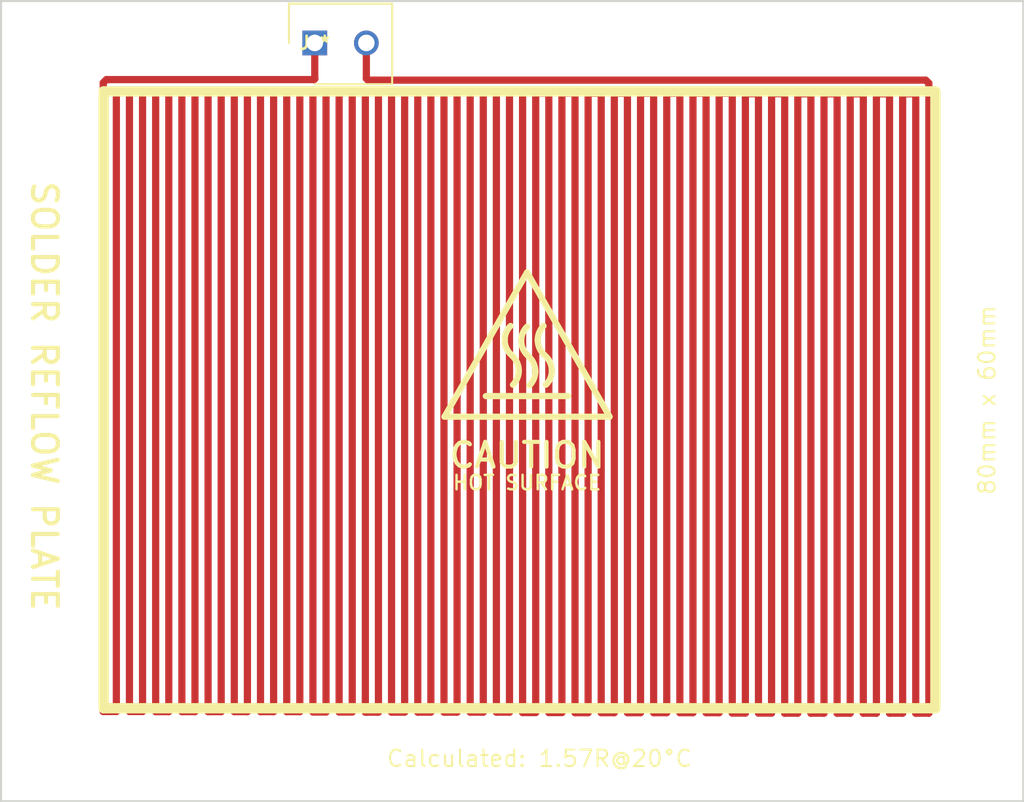
<source format=kicad_pcb>
(kicad_pcb (version 20211014) (generator pcbnew)
  (layers (0 "F.Cu" signal) (31 "B.Cu" signal) (34 "B.Paste" user) (35 "F.Paste" user) (36 "B.SilkS" user "B.Silkscreen") (37 "F.SilkS" user "F.Silkscreen") (38 "B.Mask" user) (39 "F.Mask" user) (44 "Edge.Cuts" user))
  (net 0 "")
  (footprint "AutoGenerated:MountingHole_3.20mm" (layer "F.Cu") (at 91.898 142.803)
    (fp_text reference "" (at 0 0) (layer "F.SilkS") (effects (font (size 1.27 1.27))))
    (fp_text value "" (at 0 0) (layer "F.SilkS") (effects (font (size 1.27 1.27))))
    (pad "" np_thru_hole circle (at 10 16) (size 3.2 3.2) (drill 3.2) (layers F&B.Cu *.Mask))
  )
  (footprint "AutoGenerated:MountingHole_3.20mm" (layer "F.Cu") (at 11.898 90.551)
    (fp_text reference "" (at 0 0) (layer "F.SilkS") (effects (font (size 1.27 1.27))))
    (fp_text value "" (at 0 0) (layer "F.SilkS") (effects (font (size 1.27 1.27))))
    (pad "" np_thru_hole circle locked (at 0 0) (size 3.2 3.2) (drill 3.2) (layers *.Cu *.Mask))
  )
  (footprint "AutoGenerated:MountingHole_3.20mm" (layer "F.Cu") (at 91.898 90.551)
    (fp_text reference "" (at 0 0) (layer "F.SilkS") (effects (font (size 1.27 1.27))))
    (fp_text value "" (at 0 0) (layer "F.SilkS") (effects (font (size 1.27 1.27))))
    (pad "" np_thru_hole circle (at 10 0) (size 3.2 3.2) (drill 3.2) (layers F&B.Cu *.Mask))
  )
  (footprint "library_manager:SHDR2W100P0X500_1X2_1000X780X1030P" (layer "F.Cu") (at 38.0238 90.424)
    (fp_text reference "J**" (at 0 0) (layer "F.SilkS") (effects (font (size 1.27 1.27) (thickness 0.254))))
    (fp_text value "SHDR2W100P0X500_1X2_1000X780X1030P" hide)
    (fp_line (start -2.5 -3.8) (end -2.5 0) (layer "F.SilkS") (width 0.2))
    (fp_line (start 0 4) (end 7.5 4) (layer "F.SilkS") (width 0.2))
    (fp_line (start 7.5 -3.8) (end -2.5 -3.8) (layer "F.SilkS") (width 0.2))
    (fp_line (start 7.5 4) (end 7.5 -3.8) (layer "F.SilkS") (width 0.2))
    (pad "1" thru_hole rect locked (at 0 0) (size 2.4 2.4) (drill 1.6) (layers *.Cu *.Mask))
    (pad "2" thru_hole circle locked (at 5 0) (size 2.4 2.4) (drill 1.6) (layers *.Cu *.Mask))
  )
  (footprint "AutoGenerated:MountingHole_3.20mm" (layer "F.Cu") (at 11.898 142.803)
    (fp_text reference "" (at 0 0) (layer "F.SilkS") (effects (font (size 1.27 1.27))))
    (fp_text value "" (at 0 0) (layer "F.SilkS") (effects (font (size 1.27 1.27))))
    (pad "" np_thru_hole circle (at 0 16) (size 3.2 3.2) (drill 3.2) (layers F&B.Cu *.Mask))
  )
  (gr_line (start 98.171 154.94) (end 98.171 95.1216) (layer "F.SilkS") (width 1))
  (gr_arc (start 56.9988 120.6008) (mid 56.580418 119.97415) (end 56.433691 119.235093) (layer "F.SilkS") (width 0.6))
  (gr_line (start 54.5988 124.6698) (end 62.5988 124.6698) (layer "F.SilkS") (width 0.6))
  (gr_line (start 50.5988 126.6698) (end 58.5988 112.6698) (layer "F.SilkS") (width 0.6))
  (gr_arc (start 58.5988 120.6698) (mid 58.180035 120.043074) (end 58.032984 119.3038) (layer "F.SilkS") (width 0.6))
  (gr_arc (start 60.9988 122.2008) (mid 60.851811 122.939762) (end 60.433223 123.566223) (layer "F.SilkS") (width 0.6))
  (gr_arc (start 57.7988 122.2008) (mid 57.651811 122.939762) (end 57.233223 123.566223) (layer "F.SilkS") (width 0.6))
  (gr_arc (start 60.1988 120.6008) (mid 59.780418 119.97415) (end 59.633691 119.235093) (layer "F.SilkS") (width 0.6))
  (gr_line (start 60.1988 120.6008) (end 60.4328 120.8358) (layer "F.SilkS") (width 0.6))
  (gr_line (start 58.5988 112.6698) (end 66.5988 126.6698) (layer "F.SilkS") (width 0.6))
  (gr_arc (start 58.8328 120.9038) (mid 59.251641 121.530144) (end 59.398909 122.269093) (layer "F.SilkS") (width 0.6))
  (gr_arc (start 60.4328 120.8358) (mid 60.851258 121.462067) (end 60.998202 122.2008) (layer "F.SilkS") (width 0.6))
  (gr_line (start 58.5988 120.6698) (end 58.8328 120.9038) (layer "F.SilkS") (width 0.6))
  (gr_arc (start 59.3988 122.2698) (mid 59.251811 123.008762) (end 58.833223 123.635223) (layer "F.SilkS") (width 0.6))
  (gr_line (start 98.171 154.94) (end 17.5632 154.94) (layer "F.SilkS") (width 1))
  (gr_arc (start 56.4328 119.2358) (mid 56.579865 118.496456) (end 56.99867 117.86967) (layer "F.SilkS") (width 0.6))
  (gr_arc (start 57.2328 120.8358) (mid 57.651258 121.462067) (end 57.798202 122.2008) (layer "F.SilkS") (width 0.6))
  (gr_line (start 17.5632 95.1216) (end 98.171 95.1216) (layer "F.SilkS") (width 1))
  (gr_arc (start 59.6328 119.2358) (mid 59.779865 118.496456) (end 60.19867 117.86967) (layer "F.SilkS") (width 0.6))
  (gr_arc (start 58.0328 119.3038) (mid 58.179865 118.564456) (end 58.59867 117.93767) (layer "F.SilkS") (width 0.6))
  (gr_line (start 56.9988 120.6008) (end 57.2328 120.8358) (layer "F.SilkS") (width 0.6))
  (gr_line (start 17.5632 95.1216) (end 17.5632 154.94) (layer "F.SilkS") (width 1))
  (gr_line (start 50.5988 126.6698) (end 66.5988 126.6698) (layer "F.SilkS") (width 0.6))
  (gr_rect (start 7.62 86.36) (end 106.68 163.957) (layer "Edge.Cuts") (width 0.2) (fill none))
  (gr_text "CAUTION" (at 58.5988 130.4198) (layer "F.SilkS") (effects (font (size 2.4 2.4) (thickness 0.4))))
  (gr_text "HOT SURFACE" (at 58.5988 133.0698) (layer "F.SilkS") (effects (font (size 1.4 1.4) (thickness 0.24))))
  (gr_text "80mm x 60mm" (at 103.1748 134.366 90) (layer "F.SilkS") (effects (font (size 1.6 1.6) (thickness 0.2)) (justify left)))
  (gr_text "SOLDER REFLOW PLATE" (at 11.811 103.6066 -90) (layer "F.SilkS") (effects (font (size 2.4 2.4) (thickness 0.4)) (justify left)))
  (gr_text "Calculated: 1.57R@20°C" (at 44.8818 159.8168) (layer "F.SilkS") (effects (font (size 1.6 1.6) (thickness 0.2)) (justify left)))
  (segment (start 56.896 155.321) (end 56.896 95.25) (width 0.7) (layer "F.Cu") (net 0))
  (segment (start 89.916 155.4226) (end 89.916 95.3516) (width 0.7) (layer "F.Cu") (net 0))
  (segment (start 28.956 155.2702) (end 28.956 95.1992) (width 0.7) (layer "F.Cu") (net 0))
  (segment (start 81.026 155.4099) (end 82.296 155.4099) (width 0.7) (layer "F.Cu") (net 0))
  (segment (start 83.566 95.3516) (end 83.566 155.4226) (width 0.7) (layer "F.Cu") (net 0))
  (segment (start 54.356 95.25) (end 55.626 95.25) (width 0.7) (layer "F.Cu") (net 0))
  (segment (start 96.266 155.4226) (end 97.536 155.4226) (width 0.7) (layer "F.Cu") (net 0))
  (segment (start 25.146 95.1992) (end 25.146 155.2702) (width 0.7) (layer "F.Cu") (net 0))
  (segment (start 20.066 155.2575) (end 20.066 95.1865) (width 0.7) (layer "F.Cu") (net 0))
  (segment (start 67.056 155.3718) (end 67.056 95.3008) (width 0.7) (layer "F.Cu") (net 0))
  (segment (start 17.526 155.2575) (end 17.526 94.2848) (width 0.7) (layer "F.Cu") (net 0))
  (segment (start 97.2312 94.0308) (end 43.18 94.0308) (width 0.7) (layer "F.Cu") (net 0))
  (segment (start 55.626 155.321) (end 56.896 155.321) (width 0.7) (layer "F.Cu") (net 0))
  (segment (start 93.726 95.3516) (end 93.726 155.4226) (width 0.7) (layer "F.Cu") (net 0))
  (segment (start 36.576 95.1992) (end 37.846 95.1992) (width 0.7) (layer "F.Cu") (net 0))
  (segment (start 58.166 95.2881) (end 58.166 155.3591) (width 0.7) (layer "F.Cu") (net 0))
  (segment (start 61.976 155.3591) (end 61.976 95.2881) (width 0.7) (layer "F.Cu") (net 0))
  (segment (start 36.576 155.2702) (end 36.576 95.1992) (width 0.7) (layer "F.Cu") (net 0))
  (segment (start 55.626 95.25) (end 55.626 155.321) (width 0.7) (layer "F.Cu") (net 0))
  (segment (start 26.416 95.1992) (end 27.686 95.1992) (width 0.7) (layer "F.Cu") (net 0))
  (segment (start 46.736 155.321) (end 46.736 95.25) (width 0.7) (layer "F.Cu") (net 0))
  (segment (start 35.306 95.1992) (end 35.306 155.2702) (width 0.7) (layer "F.Cu") (net 0))
  (segment (start 87.376 155.4226) (end 87.376 95.3516) (width 0.7) (layer "F.Cu") (net 0))
  (segment (start 25.146 155.2702) (end 26.416 155.2702) (width 0.7) (layer "F.Cu") (net 0))
  (segment (start 40.386 95.2373) (end 40.386 155.3083) (width 0.7) (layer "F.Cu") (net 0))
  (segment (start 68.326 95.3008) (end 68.326 155.3718) (width 0.7) (layer "F.Cu") (net 0))
  (segment (start 64.516 95.3008) (end 65.786 95.3008) (width 0.7) (layer "F.Cu") (net 0))
  (segment (start 31.496 95.1992) (end 32.766 95.1992) (width 0.7) (layer "F.Cu") (net 0))
  (segment (start 49.276 155.321) (end 49.276 95.25) (width 0.7) (layer "F.Cu") (net 0))
  (segment (start 18.796 155.2575) (end 17.526 155.2575) (width 0.7) (layer "F.Cu") (net 0))
  (segment (start 69.596 155.3718) (end 69.596 95.3008) (width 0.7) (layer "F.Cu") (net 0))
  (segment (start 97.536 94.3356) (end 97.2312 94.0308) (width 0.7) (layer "F.Cu") (net 0))
  (segment (start 70.866 95.3008) (end 70.866 155.3718) (width 0.7) (layer "F.Cu") (net 0))
  (segment (start 41.656 95.2373) (end 42.926 95.2373) (width 0.7) (layer "F.Cu") (net 0))
  (segment (start 79.756 155.4099) (end 79.756 95.3389) (width 0.7) (layer "F.Cu") (net 0))
  (segment (start 17.8308 93.98) (end 37.9476 93.98) (width 0.7) (layer "F.Cu") (net 0))
  (segment (start 60.706 95.2881) (end 60.706 155.3591) (width 0.7) (layer "F.Cu") (net 0))
  (segment (start 23.876 95.1992) (end 25.146 95.1992) (width 0.7) (layer "F.Cu") (net 0))
  (segment (start 63.246 95.3008) (end 63.246 155.3718) (width 0.7) (layer "F.Cu") (net 0))
  (segment (start 68.326 155.3718) (end 69.596 155.3718) (width 0.7) (layer "F.Cu") (net 0))
  (segment (start 37.846 155.3083) (end 39.116 155.3083) (width 0.7) (layer "F.Cu") (net 0))
  (segment (start 42.926 95.25) (end 42.926 155.321) (width 0.7) (layer "F.Cu") (net 0))
  (segment (start 44.196 155.321) (end 44.196 95.25) (width 0.7) (layer "F.Cu") (net 0))
  (segment (start 27.686 155.2702) (end 28.956 155.2702) (width 0.7) (layer "F.Cu") (net 0))
  (segment (start 20.066 95.1865) (end 18.796 95.1865) (width 0.7) (layer "F.Cu") (net 0))
  (segment (start 42.926 155.321) (end 44.196 155.321) (width 0.7) (layer "F.Cu") (net 0))
  (segment (start 97.536 155.4226) (end 97.536 94.3356) (width 0.7) (layer "F.Cu") (net 0))
  (segment (start 59.436 155.3591) (end 59.436 95.2881) (width 0.7) (layer "F.Cu") (net 0))
  (segment (start 78.486 155.4099) (end 79.756 155.4099) (width 0.7) (layer "F.Cu") (net 0))
  (segment (start 50.546 95.25) (end 50.546 155.321) (width 0.7) (layer "F.Cu") (net 0))
  (segment (start 65.786 95.3008) (end 65.786 155.3718) (width 0.7) (layer "F.Cu") (net 0))
  (segment (start 75.946 155.3718) (end 77.216 155.3718) (width 0.7) (layer "F.Cu") (net 0))
  (segment (start 63.246 155.3718) (end 64.516 155.3718) (width 0.7) (layer "F.Cu") (net 0))
  (segment (start 18.796 95.1865) (end 18.796 155.2575) (width 0.7) (layer "F.Cu") (net 0))
  (segment (start 34.036 95.1992) (end 35.306 95.1992) (width 0.7) (layer "F.Cu") (net 0))
  (segment (start 22.606 95.1865) (end 21.336 95.1865) (width 0.7) (layer "F.Cu") (net 0))
  (segment (start 81.026 95.3389) (end 81.026 155.4099) (width 0.7) (layer "F.Cu") (net 0))
  (segment (start 53.086 155.321) (end 54.356 155.321) (width 0.7) (layer "F.Cu") (net 0))
  (segment (start 22.606 95.1992) (end 22.606 155.2702) (width 0.7) (layer "F.Cu") (net 0))
  (segment (start 22.606 155.2702) (end 23.876 155.2702) (width 0.7) (layer "F.Cu") (net 0))
  (segment (start 46.736 95.25) (end 48.006 95.25) (width 0.7) (layer "F.Cu") (net 0))
  (segment (start 74.676 95.3008) (end 75.946 95.3008) (width 0.7) (layer "F.Cu") (net 0))
  (segment (start 31.496 155.2702) (end 31.496 95.1992) (width 0.7) (layer "F.Cu") (net 0))
  (segment (start 17.526 94.2848) (end 17.8308 93.98) (width 0.7) (layer "F.Cu") (net 0))
  (segment (start 93.726 155.4226) (end 94.996 155.4226) (width 0.7) (layer "F.Cu") (net 0))
  (segment (start 39.116 95.2373) (end 40.386 95.2373) (width 0.7) (layer "F.Cu") (net 0))
  (segment (start 35.306 155.2702) (end 36.576 155.2702) (width 0.7) (layer "F.Cu") (net 0))
  (segment (start 96.266 95.3516) (end 96.266 155.4226) (width 0.7) (layer "F.Cu") (net 0))
  (segment (start 38.0238 93.9038) (end 38.0238 90.424) (width 0.7) (layer "F.Cu") (net 0))
  (segment (start 86.106 95.3516) (end 86.106 155.4226) (width 0.7) (layer "F.Cu") (net 0))
  (segment (start 82.296 95.3389) (end 83.566 95.3389) (width 0.7) (layer "F.Cu") (net 0))
  (segment (start 43.18 94.0308) (end 43.0238 93.8746) (width 0.7) (layer "F.Cu") (net 0))
  (segment (start 60.706 155.3591) (end 61.976 155.3591) (width 0.7) (layer "F.Cu") (net 0))
  (segment (start 32.766 155.2702) (end 34.036 155.2702) (width 0.7) (layer "F.Cu") (net 0))
  (segment (start 58.166 155.3591) (end 59.436 155.3591) (width 0.7) (layer "F.Cu") (net 0))
  (segment (start 70.866 155.3718) (end 72.136 155.3718) (width 0.7) (layer "F.Cu") (net 0))
  (segment (start 59.436 95.2881) (end 60.706 95.2881) (width 0.7) (layer "F.Cu") (net 0))
  (segment (start 28.956 95.1992) (end 30.226 95.1992) (width 0.7) (layer "F.Cu") (net 0))
  (segment (start 48.006 95.25) (end 48.006 155.321) (width 0.7) (layer "F.Cu") (net 0))
  (segment (start 50.546 155.321) (end 51.816 155.321) (width 0.7) (layer "F.Cu") (net 0))
  (segment (start 40.386 155.3083) (end 41.656 155.3083) (width 0.7) (layer "F.Cu") (net 0))
  (segment (start 86.106 155.4226) (end 87.376 155.4226) (width 0.7) (layer "F.Cu") (net 0))
  (segment (start 89.916 95.3516) (end 91.186 95.3516) (width 0.7) (layer "F.Cu") (net 0))
  (segment (start 91.186 155.4226) (end 92.456 155.4226) (width 0.7) (layer "F.Cu") (net 0))
  (segment (start 21.336 95.1865) (end 21.336 155.2575) (width 0.7) (layer "F.Cu") (net 0))
  (segment (start 92.456 155.4226) (end 92.456 95.3516) (width 0.7) (layer "F.Cu") (net 0))
  (segment (start 45.466 95.25) (end 45.466 155.321) (width 0.7) (layer "F.Cu") (net 0))
  (segment (start 77.216 155.3718) (end 77.216 95.3008) (width 0.7) (layer "F.Cu") (net 0))
  (segment (start 51.816 155.321) (end 51.816 95.25) (width 0.7) (layer "F.Cu") (net 0))
  (segment (start 94.996 95.3516) (end 96.266 95.3516) (width 0.7) (layer "F.Cu") (net 0))
  (segment (start 21.336 155.2575) (end 20.066 155.2575) (width 0.7) (layer "F.Cu") (net 0))
  (segment (start 23.876 155.2702) (end 23.876 95.1992) (width 0.7) (layer "F.Cu") (net 0))
  (segment (start 73.406 95.3008) (end 73.406 155.3718) (width 0.7) (layer "F.Cu") (net 0))
  (segment (start 65.786 155.3718) (end 67.056 155.3718) (width 0.7) (layer "F.Cu") (net 0))
  (segment (start 72.136 95.3008) (end 73.406 95.3008) (width 0.7) (layer "F.Cu") (net 0))
  (segment (start 41.656 155.3083) (end 41.656 95.2373) (width 0.7) (layer "F.Cu") (net 0))
  (segment (start 67.056 95.3008) (end 68.326 95.3008) (width 0.7) (layer "F.Cu") (net 0))
  (segment (start 30.226 95.1992) (end 30.226 155.2702) (width 0.7) (layer "F.Cu") (net 0))
  (segment (start 51.816 95.25) (end 53.086 95.25) (width 0.7) (layer "F.Cu") (net 0))
  (segment (start 88.646 155.4226) (end 89.916 155.4226) (width 0.7) (layer "F.Cu") (net 0))
  (segment (start 27.686 95.1992) (end 27.686 155.2702) (width 0.7) (layer "F.Cu") (net 0))
  (segment (start 30.226 155.2702) (end 31.496 155.2702) (width 0.7) (layer "F.Cu") (net 0))
  (segment (start 79.756 95.3389) (end 81.026 95.3389) (width 0.7) (layer "F.Cu") (net 0))
  (segment (start 64.516 155.3718) (end 64.516 95.3008) (width 0.7) (layer "F.Cu") (net 0))
  (segment (start 43.0238 93.8746) (end 43.0238 90.424) (width 0.7) (layer "F.Cu") (net 0))
  (segment (start 39.116 155.3083) (end 39.116 95.2373) (width 0.7) (layer "F.Cu") (net 0))
  (segment (start 83.566 155.4226) (end 84.836 155.4226) (width 0.7) (layer "F.Cu") (net 0))
  (segment (start 88.646 95.3516) (end 88.646 155.4226) (width 0.7) (layer "F.Cu") (net 0))
  (segment (start 49.276 95.25) (end 50.546 95.25) (width 0.7) (layer "F.Cu") (net 0))
  (segment (start 72.136 155.3718) (end 72.136 95.3008) (width 0.7) (layer "F.Cu") (net 0))
  (segment (start 77.216 95.3008) (end 78.486 95.3008) (width 0.7) (layer "F.Cu") (net 0))
  (segment (start 73.406 155.3718) (end 74.676 155.3718) (width 0.7) (layer "F.Cu") (net 0))
  (segment (start 48.006 155.321) (end 49.276 155.321) (width 0.7) (layer "F.Cu") (net 0))
  (segment (start 92.456 95.3516) (end 93.726 95.3516) (width 0.7) (layer "F.Cu") (net 0))
  (segment (start 44.196 95.25) (end 45.466 95.25) (width 0.7) (layer "F.Cu") (net 0))
  (segment (start 78.486 95.3389) (end 78.486 155.4099) (width 0.7) (layer "F.Cu") (net 0))
  (segment (start 34.036 155.2702) (end 34.036 95.1992) (width 0.7) (layer "F.Cu") (net 0))
  (segment (start 54.356 155.321) (end 54.356 95.25) (width 0.7) (layer "F.Cu") (net 0))
  (segment (start 56.896 95.25) (end 58.166 95.25) (width 0.7) (layer "F.Cu") (net 0))
  (segment (start 32.766 95.1992) (end 32.766 155.2702) (width 0.7) (layer "F.Cu") (net 0))
  (segment (start 84.836 95.3516) (end 86.106 95.3516) (width 0.7) (layer "F.Cu") (net 0))
  (segment (start 87.376 95.3516) (end 88.646 95.3516) (width 0.7) (layer "F.Cu") (net 0))
  (segment (start 84.836 155.4226) (end 84.836 95.3516) (width 0.7) (layer "F.Cu") (net 0))
  (segment (start 45.466 155.321) (end 46.736 155.321) (width 0.7) (layer "F.Cu") (net 0))
  (segment (start 75.946 95.3008) (end 75.946 155.3718) (width 0.7) (layer "F.Cu") (net 0))
  (segment (start 61.976 95.2881) (end 63.246 95.2881) (width 0.7) (layer "F.Cu") (net 0))
  (segment (start 94.996 155.4226) (end 94.996 95.3516) (width 0.7) (layer "F.Cu") (net 0))
  (segment (start 91.186 95.3516) (end 91.186 155.4226) (width 0.7) (layer "F.Cu") (net 0))
  (segment (start 37.846 95.2373) (end 37.846 155.3083) (width 0.7) (layer "F.Cu") (net 0))
  (segment (start 37.9476 93.98) (end 38.0492 93.8784) (width 0.7) (layer "F.Cu") (net 0))
  (segment (start 26.416 155.2702) (end 26.416 95.1992) (width 0.7) (layer "F.Cu") (net 0))
  (segment (start 74.676 155.3718) (end 74.676 95.3008) (width 0.7) (layer "F.Cu") (net 0))
  (segment (start 53.086 95.25) (end 53.086 155.321) (width 0.7) (layer "F.Cu") (net 0))
  (segment (start 82.296 155.4099) (end 82.296 95.3389) (width 0.7) (layer "F.Cu") (net 0))
  (segment (start 69.596 95.3008) (end 70.866 95.3008) (width 0.7) (layer "F.Cu") (net 0))
)
</source>
